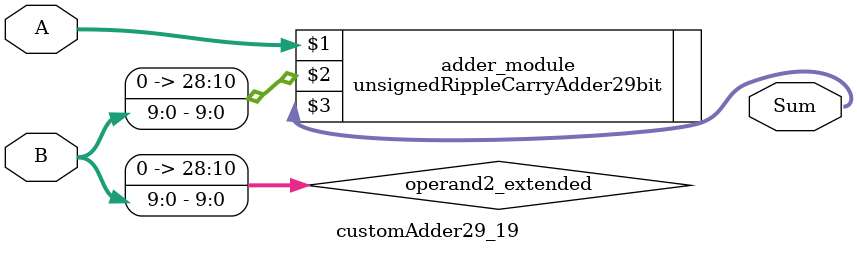
<source format=v>

module customAdder29_19(
                    input [28 : 0] A,
                    input [9 : 0] B,
                    
                    output [29 : 0] Sum
            );

    wire [28 : 0] operand2_extended;
    
    assign operand2_extended =  {19'b0, B};
    
    unsignedRippleCarryAdder29bit adder_module(
        A,
        operand2_extended,
        Sum
    );
    
endmodule
        
</source>
